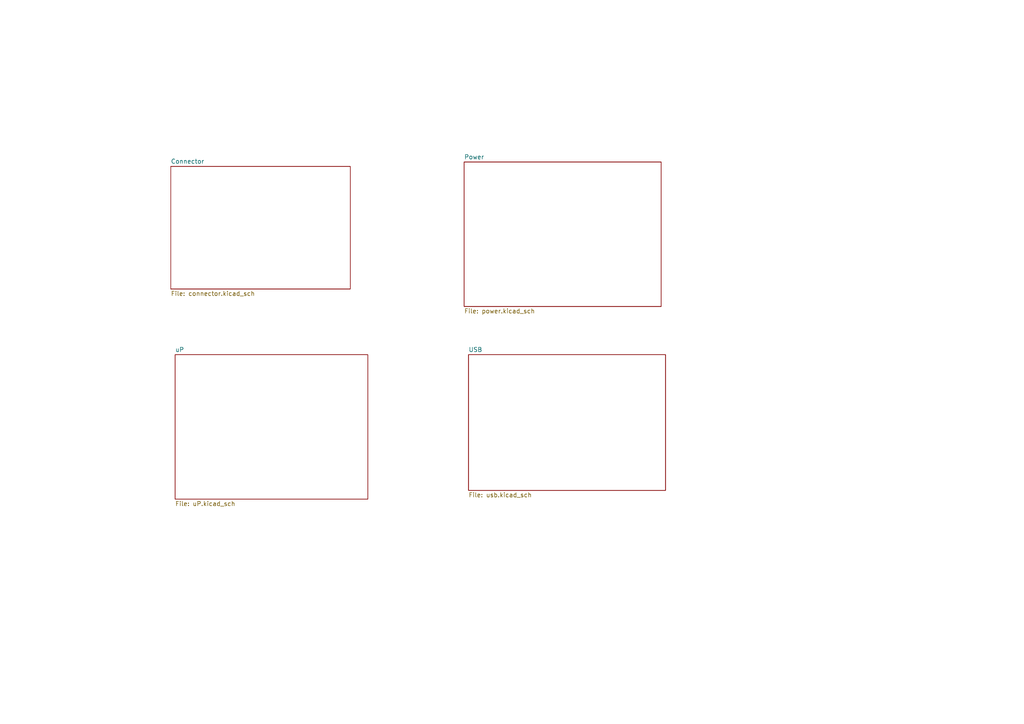
<source format=kicad_sch>
(kicad_sch (version 20230121) (generator eeschema)
  (paper "A4")
  (lib_symbols)
  (sheet (at 49.53 48.26) (size 52.07 35.56) (stroke (width 0.1524))
    (property "Sheetname" "Connector" (at 49.53 47.5484 0) (effects (justify left bottom)))
    (property "Sheetfile" "connector.kicad_sch" (at 49.53 84.4046 0) (effects (justify left top)))
  )
  (sheet (at 135.89 102.87) (size 57.15 39.37) (stroke (width 0.1524))
    (property "Sheetname" "USB" (at 135.89 102.1584 0) (effects (justify left bottom)))
    (property "Sheetfile" "usb.kicad_sch" (at 135.89 142.8246 0) (effects (justify left top)))
  )
  (sheet (at 134.62 46.99) (size 57.15 41.91) (stroke (width 0.1524))
    (property "Sheetname" "Power" (at 134.62 46.2784 0) (effects (justify left bottom)))
    (property "Sheetfile" "power.kicad_sch" (at 134.62 89.4846 0) (effects (justify left top)))
  )
  (sheet (at 50.8 102.87) (size 55.88 41.91) (stroke (width 0.1524))
    (property "Sheetname" "uP" (at 50.8 102.1584 0) (effects (justify left bottom)))
    (property "Sheetfile" "uP.kicad_sch" (at 50.8 145.3646 0) (effects (justify left top)))
  )
)
</source>
